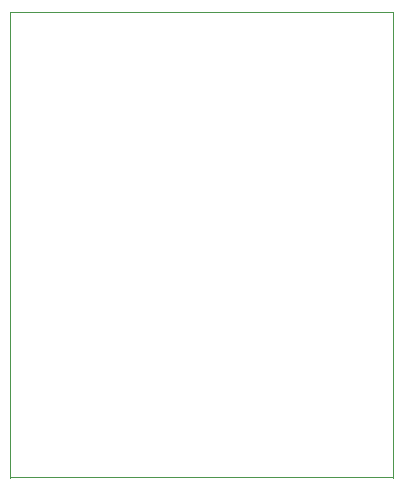
<source format=gbr>
G04 #@! TF.FileFunction,Profile,NP*
%FSLAX46Y46*%
G04 Gerber Fmt 4.6, Leading zero omitted, Abs format (unit mm)*
G04 Created by KiCad (PCBNEW 4.1.0-alpha+201607250104+6992~46~ubuntu14.04.1-product) date Sat Aug 13 20:54:48 2016*
%MOMM*%
%LPD*%
G01*
G04 APERTURE LIST*
%ADD10C,0.100000*%
G04 APERTURE END LIST*
D10*
X142240000Y-101600000D02*
X109855000Y-101600000D01*
X142250000Y-141000000D02*
X142240000Y-101600000D01*
X109855000Y-140970000D02*
X142240000Y-140970000D01*
X109855000Y-101600000D02*
X109855000Y-141000000D01*
M02*

</source>
